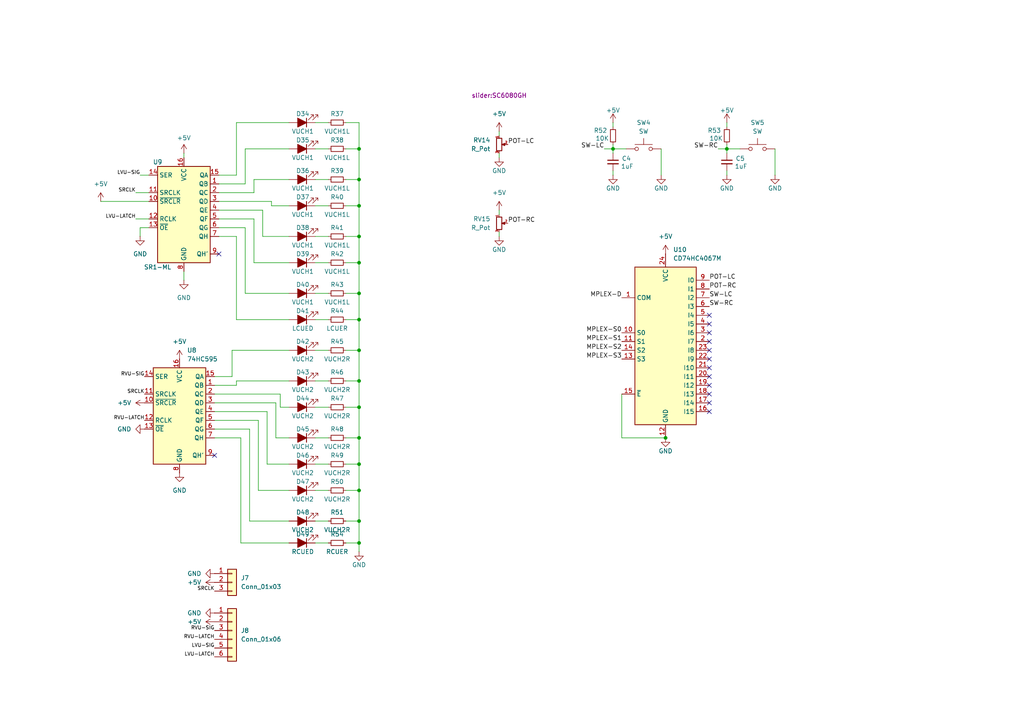
<source format=kicad_sch>
(kicad_sch (version 20231120) (generator "eeschema") (generator_version "8.0")
  (paper "A4")
  (lib_symbols
    (symbol "74xx:74HC595"
      (property "Reference" "U" (at -7.62 13.97 0))
      (property "Value" "74HC595" (at -7.62 -16.51 0))
      (symbol "74HC595_1_0"
        (pin tri_state line (at 10.16 7.62 180) (length 2.54) (name "QB") (number "1"))
        (pin input line (at -10.16 2.54 0) (length 2.54) (name "~{SRCLR}") (number "10"))
        (pin input line (at -10.16 5.08 0) (length 2.54) (name "SRCLK") (number "11"))
        (pin input line (at -10.16 -2.54 0) (length 2.54) (name "RCLK") (number "12"))
        (pin input line (at -10.16 -5.08 0) (length 2.54) (name "~{OE}") (number "13"))
        (pin input line (at -10.16 10.16 0) (length 2.54) (name "SER") (number "14"))
        (pin tri_state line (at 10.16 10.16 180) (length 2.54) (name "QA") (number "15"))
        (pin power_in line (at 0 15.24 270) (length 2.54) (name "VCC") (number "16"))
        (pin tri_state line (at 10.16 5.08 180) (length 2.54) (name "QC") (number "2"))
        (pin tri_state line (at 10.16 2.54 180) (length 2.54) (name "QD") (number "3"))
        (pin tri_state line (at 10.16 0 180) (length 2.54) (name "QE") (number "4"))
        (pin tri_state line (at 10.16 -2.54 180) (length 2.54) (name "QF") (number "5"))
        (pin tri_state line (at 10.16 -5.08 180) (length 2.54) (name "QG") (number "6"))
        (pin tri_state line (at 10.16 -7.62 180) (length 2.54) (name "QH") (number "7"))
        (pin power_in line (at 0 -17.78 90) (length 2.54) (name "GND") (number "8"))
        (pin output line (at 10.16 -12.7 180) (length 2.54) (name "QH'") (number "9"))
      )
      (symbol "74HC595_1_1"
        (rectangle (start -7.62 12.7) (end 7.62 -15.24) (stroke (width 0.254)) (fill (type background)))
      )
    )
    (symbol "74xx:CD74HC4067M"
      (property "Reference" "U" (at -8.89 22.86 0))
      (property "Value" "CD74HC4067M" (at 1.27 22.86 0))
      (symbol "CD74HC4067M_0_1"
        (rectangle (start -8.89 21.59) (end 8.89 -24.13) (stroke (width 0.254)) (fill (type background)))
      )
      (symbol "CD74HC4067M_1_1"
        (pin passive line (at -12.7 12.7 0) (length 3.81) (name "COM") (number "1"))
        (pin input line (at -12.7 2.54 0) (length 3.81) (name "S0") (number "10"))
        (pin input line (at -12.7 0 0) (length 3.81) (name "S1") (number "11"))
        (pin power_in line (at 0 -27.94 90) (length 3.81) (name "GND") (number "12"))
        (pin input line (at -12.7 -5.08 0) (length 3.81) (name "S3") (number "13"))
        (pin input line (at -12.7 -2.54 0) (length 3.81) (name "S2") (number "14"))
        (pin input line (at -12.7 -15.24 0) (length 3.81) (name "~{E}") (number "15"))
        (pin passive line (at 12.7 -20.32 180) (length 3.81) (name "I15") (number "16"))
        (pin passive line (at 12.7 -17.78 180) (length 3.81) (name "I14") (number "17"))
        (pin passive line (at 12.7 -15.24 180) (length 3.81) (name "I13") (number "18"))
        (pin passive line (at 12.7 -12.7 180) (length 3.81) (name "I12") (number "19"))
        (pin passive line (at 12.7 0 180) (length 3.81) (name "I7") (number "2"))
        (pin passive line (at 12.7 -10.16 180) (length 3.81) (name "I11") (number "20"))
        (pin passive line (at 12.7 -7.62 180) (length 3.81) (name "I10") (number "21"))
        (pin passive line (at 12.7 -5.08 180) (length 3.81) (name "I9") (number "22"))
        (pin passive line (at 12.7 -2.54 180) (length 3.81) (name "I8") (number "23"))
        (pin power_in line (at 0 25.4 270) (length 3.81) (name "VCC") (number "24"))
        (pin passive line (at 12.7 2.54 180) (length 3.81) (name "I6") (number "3"))
        (pin passive line (at 12.7 5.08 180) (length 3.81) (name "I5") (number "4"))
        (pin passive line (at 12.7 7.62 180) (length 3.81) (name "I4") (number "5"))
        (pin passive line (at 12.7 10.16 180) (length 3.81) (name "I3") (number "6"))
        (pin passive line (at 12.7 12.7 180) (length 3.81) (name "I2") (number "7"))
        (pin passive line (at 12.7 15.24 180) (length 3.81) (name "I1") (number "8"))
        (pin passive line (at 12.7 17.78 180) (length 3.81) (name "I0") (number "9"))
      )
    )
    (symbol "Connector_Generic:Conn_01x03" (pin_names (offset 1.016) hide)
      (property "Reference" "J" (at 0 5.08 0))
      (property "Value" "Conn_01x03" (at 0 -5.08 0))
      (symbol "Conn_01x03_1_1"
        (rectangle (start -1.27 -2.413) (end 0 -2.667) (stroke (width 0.1524)))
        (rectangle (start -1.27 0.127) (end 0 -0.127) (stroke (width 0.1524)))
        (rectangle (start -1.27 2.667) (end 0 2.413) (stroke (width 0.1524)))
        (rectangle (start -1.27 3.81) (end 1.27 -3.81) (stroke (width 0.254)) (fill (type background)))
        (pin passive line (at -5.08 2.54 0) (length 3.81) (name "Pin_1") (number "1"))
        (pin passive line (at -5.08 0 0) (length 3.81) (name "Pin_2") (number "2"))
        (pin passive line (at -5.08 -2.54 0) (length 3.81) (name "Pin_3") (number "3"))
      )
    )
    (symbol "Connector_Generic:Conn_01x06" (pin_names (offset 1.016) hide)
      (property "Reference" "J" (at 0 7.62 0))
      (property "Value" "Conn_01x06" (at 0 -10.16 0))
      (symbol "Conn_01x06_1_1"
        (rectangle (start -1.27 -7.493) (end 0 -7.747) (stroke (width 0.1524)))
        (rectangle (start -1.27 -4.953) (end 0 -5.207) (stroke (width 0.1524)))
        (rectangle (start -1.27 -2.413) (end 0 -2.667) (stroke (width 0.1524)))
        (rectangle (start -1.27 0.127) (end 0 -0.127) (stroke (width 0.1524)))
        (rectangle (start -1.27 2.667) (end 0 2.413) (stroke (width 0.1524)))
        (rectangle (start -1.27 5.207) (end 0 4.953) (stroke (width 0.1524)))
        (rectangle (start -1.27 6.35) (end 1.27 -8.89) (stroke (width 0.254)) (fill (type background)))
        (pin passive line (at -5.08 5.08 0) (length 3.81) (name "Pin_1") (number "1"))
        (pin passive line (at -5.08 2.54 0) (length 3.81) (name "Pin_2") (number "2"))
        (pin passive line (at -5.08 0 0) (length 3.81) (name "Pin_3") (number "3"))
        (pin passive line (at -5.08 -2.54 0) (length 3.81) (name "Pin_4") (number "4"))
        (pin passive line (at -5.08 -5.08 0) (length 3.81) (name "Pin_5") (number "5"))
        (pin passive line (at -5.08 -7.62 0) (length 3.81) (name "Pin_6") (number "6"))
      )
    )
    (symbol "Device:C_Small" (pin_numbers hide) (pin_names (offset 0.254) hide)
      (property "Reference" "C" (at 0.254 1.778 0))
      (property "Value" "C_Small" (at 0.254 -2.032 0))
      (symbol "C_Small_0_1"
        (polyline (pts (xy -1.524 -0.508) (xy 1.524 -0.508)) (stroke (width 0.3302)))
        (polyline (pts (xy -1.524 0.508) (xy 1.524 0.508)) (stroke (width 0.3048)))
      )
      (symbol "C_Small_1_1"
        (pin passive line (at 0 2.54 270) (length 2.032) (name "~") (number "1"))
        (pin passive line (at 0 -2.54 90) (length 2.032) (name "~") (number "2"))
      )
    )
    (symbol "Device:LED_Filled" (pin_numbers hide) (pin_names (offset 1.016) hide)
      (property "Reference" "D" (at 0 2.54 0))
      (property "Value" "LED_Filled" (at 0 -2.54 0))
      (symbol "LED_Filled_0_1"
        (polyline (pts (xy -1.27 -1.27) (xy -1.27 1.27)) (stroke (width 0.254)))
        (polyline (pts (xy -1.27 0) (xy 1.27 0)))
        (polyline (pts (xy 1.27 -1.27) (xy 1.27 1.27) (xy -1.27 0) (xy 1.27 -1.27)) (stroke (width 0.254)) (fill (type outline)))
        (polyline (pts (xy -3.048 -0.762) (xy -4.572 -2.286) (xy -3.81 -2.286) (xy -4.572 -2.286) (xy -4.572 -1.524)))
        (polyline (pts (xy -1.778 -0.762) (xy -3.302 -2.286) (xy -2.54 -2.286) (xy -3.302 -2.286) (xy -3.302 -1.524)))
      )
      (symbol "LED_Filled_1_1"
        (pin passive line (at -3.81 0 0) (length 2.54) (name "K") (number "1"))
        (pin passive line (at 3.81 0 180) (length 2.54) (name "A") (number "2"))
      )
    )
    (symbol "Device:R_Potentiometer_Small" (pin_names (offset 1.016) hide)
      (property "Reference" "RV" (at -4.445 0 90))
      (property "Value" "R_Potentiometer_Small" (at -2.54 0 90))
      (symbol "R_Potentiometer_Small_0_1"
        (polyline (pts (xy 0.889 0) (xy 0.635 0) (xy 1.651 0.381) (xy 1.651 -0.381) (xy 0.635 0) (xy 0.889 0)) (fill (type outline)))
        (rectangle (start 0.762 1.8034) (end -0.762 -1.8034) (stroke (width 0.254)))
      )
      (symbol "R_Potentiometer_Small_1_1"
        (pin passive line (at 0 2.54 270) (length 0.635) (name "1") (number "1"))
        (pin passive line (at 2.54 0 180) (length 0.9906) (name "2") (number "2"))
        (pin passive line (at 0 -2.54 90) (length 0.635) (name "3") (number "3"))
      )
    )
    (symbol "Device:R_Small" (pin_numbers hide) (pin_names (offset 0.254) hide)
      (property "Reference" "R" (at 0.762 0.508 0))
      (property "Value" "R_Small" (at 0.762 -1.016 0))
      (symbol "R_Small_0_1"
        (rectangle (start -0.762 1.778) (end 0.762 -1.778) (stroke (width 0.2032)))
      )
      (symbol "R_Small_1_1"
        (pin passive line (at 0 2.54 270) (length 0.762) (name "~") (number "1"))
        (pin passive line (at 0 -2.54 90) (length 0.762) (name "~") (number "2"))
      )
    )
    (symbol "Switch:SW_Push" (pin_numbers hide) (pin_names (offset 1.016) hide)
      (property "Reference" "SW" (at 1.27 2.54 0))
      (property "Value" "SW_Push" (at 0 -1.524 0))
      (symbol "SW_Push_0_1"
        (circle (center -2.032 0) (radius 0.508))
        (polyline (pts (xy 0 1.27) (xy 0 3.048)))
        (polyline (pts (xy 2.54 1.27) (xy -2.54 1.27)))
        (circle (center 2.032 0) (radius 0.508))
        (pin passive line (at -5.08 0 0) (length 2.54) (name "1") (number "1"))
        (pin passive line (at 5.08 0 180) (length 2.54) (name "2") (number "2"))
      )
    )
    (symbol "power:+5V" (power) (pin_numbers hide) (pin_names (offset 0) hide)
      (property "Value" "+5V" (at 0 3.556 0))
      (symbol "+5V_0_1"
        (polyline (pts (xy -0.762 1.27) (xy 0 2.54)))
        (polyline (pts (xy 0 0) (xy 0 2.54)))
        (polyline (pts (xy 0 2.54) (xy 0.762 1.27)))
      )
      (symbol "+5V_1_1"
        (pin power_in line (at 0 0 90) (length 0) (name "~") (number "1"))
      )
    )
    (symbol "power:GND" (power) (pin_numbers hide) (pin_names (offset 0) hide)
      (property "Value" "GND" (at 0 -3.81 0))
      (symbol "GND_0_1"
        (polyline (pts (xy 0 0) (xy 0 -1.27) (xy 1.27 -1.27) (xy 0 -2.54) (xy -1.27 -1.27) (xy 0 -1.27)))
      )
      (symbol "GND_1_1"
        (pin power_in line (at 0 0 270) (length 0) (name "~") (number "1"))
      )
    )
  )
  (junction (at 104.14 127) (diameter 0.9144))
  (junction (at 177.8 43.18))
  (junction (at 104.14 76.2) (diameter 0.9144))
  (junction (at 104.14 151.13) (diameter 0.9144))
  (junction (at 104.14 85.09) (diameter 0.9144))
  (junction (at 104.14 92.71) (diameter 0.9144))
  (junction (at 104.14 52.07) (diameter 0.9144))
  (junction (at 104.14 134.62) (diameter 0.9144))
  (junction (at 193.04 127))
  (junction (at 104.14 142.24))
  (junction (at 104.14 101.6) (diameter 0.9144))
  (junction (at 104.14 59.69) (diameter 0.9144))
  (junction (at 104.14 118.11) (diameter 0.9144))
  (junction (at 104.14 68.58) (diameter 0.9144))
  (junction (at 104.14 157.48))
  (junction (at 210.82 43.18))
  (junction (at 104.14 43.18) (diameter 0.9144))
  (junction (at 104.14 110.49) (diameter 0.9144))
  (no_connect (at 205.74 104.14))
  (no_connect (at 205.74 119.38))
  (no_connect (at 205.74 106.68))
  (no_connect (at 205.74 99.06))
  (no_connect (at 205.74 93.98))
  (no_connect (at 63.5 73.66))
  (no_connect (at 205.74 96.52))
  (no_connect (at 205.74 109.22))
  (no_connect (at 205.74 111.76))
  (no_connect (at 205.74 101.6))
  (no_connect (at 205.74 91.44))
  (no_connect (at 205.74 116.84))
  (no_connect (at 62.23 132.08))
  (no_connect (at 205.74 114.3))
  (wire (pts (xy 74.93 142.24) (xy 83.82 142.24)))
  (wire (pts (xy 100.33 118.11) (xy 104.14 118.11)))
  (wire (pts (xy 100.33 43.18) (xy 104.14 43.18)))
  (wire (pts (xy 83.82 134.62) (xy 77.47 134.62)))
  (wire (pts (xy 91.44 68.58) (xy 95.25 68.58)))
  (wire (pts (xy 63.5 60.96) (xy 76.2 60.96)))
  (wire (pts (xy 104.14 151.13) (xy 104.14 157.48)))
  (wire (pts (xy 40.64 66.04) (xy 43.18 66.04)))
  (wire (pts (xy 73.66 76.2) (xy 83.82 76.2)))
  (wire (pts (xy 144.78 44.45) (xy 144.78 45.72)))
  (wire (pts (xy 177.8 44.45) (xy 177.8 43.18)))
  (wire (pts (xy 91.44 59.69) (xy 95.25 59.69)))
  (wire (pts (xy 83.82 157.48) (xy 69.85 157.48)))
  (wire (pts (xy 62.23 124.46) (xy 72.39 124.46)))
  (wire (pts (xy 104.14 43.18) (xy 104.14 52.07)))
  (wire (pts (xy 91.44 110.49) (xy 95.25 110.49)))
  (wire (pts (xy 91.44 118.11) (xy 95.25 118.11)))
  (wire (pts (xy 91.44 43.18) (xy 95.25 43.18)))
  (wire (pts (xy 91.44 85.09) (xy 95.25 85.09)))
  (wire (pts (xy 69.85 127) (xy 62.23 127)))
  (wire (pts (xy 81.28 118.11) (xy 83.82 118.11)))
  (wire (pts (xy 91.44 101.6) (xy 95.25 101.6)))
  (wire (pts (xy 63.5 53.34) (xy 71.12 53.34)))
  (wire (pts (xy 208.28 43.18) (xy 210.82 43.18)))
  (wire (pts (xy 62.23 109.22) (xy 67.31 109.22)))
  (wire (pts (xy 100.33 52.07) (xy 104.14 52.07)))
  (wire (pts (xy 91.44 127) (xy 95.25 127)))
  (wire (pts (xy 100.33 110.49) (xy 104.14 110.49)))
  (wire (pts (xy 62.23 119.38) (xy 77.47 119.38)))
  (wire (pts (xy 71.12 53.34) (xy 71.12 43.18)))
  (wire (pts (xy 177.8 43.18) (xy 177.8 41.91)))
  (wire (pts (xy 210.82 43.18) (xy 214.63 43.18)))
  (wire (pts (xy 68.58 92.71) (xy 83.82 92.71)))
  (wire (pts (xy 62.23 114.3) (xy 81.28 114.3)))
  (wire (pts (xy 53.34 78.74) (xy 53.34 81.28)))
  (wire (pts (xy 68.58 35.56) (xy 68.58 50.8)))
  (wire (pts (xy 40.64 50.8) (xy 43.18 50.8)))
  (wire (pts (xy 81.28 114.3) (xy 81.28 118.11)))
  (wire (pts (xy 68.58 110.49) (xy 68.58 111.76)))
  (wire (pts (xy 83.82 110.49) (xy 68.58 110.49)))
  (wire (pts (xy 71.12 43.18) (xy 83.82 43.18)))
  (wire (pts (xy 63.5 63.5) (xy 73.66 63.5)))
  (wire (pts (xy 80.01 127) (xy 83.82 127)))
  (wire (pts (xy 91.44 92.71) (xy 95.25 92.71)))
  (wire (pts (xy 100.33 127) (xy 104.14 127)))
  (wire (pts (xy 62.23 111.76) (xy 68.58 111.76)))
  (wire (pts (xy 63.5 58.42) (xy 78.74 58.42)))
  (wire (pts (xy 104.14 110.49) (xy 104.14 118.11)))
  (wire (pts (xy 100.33 101.6) (xy 104.14 101.6)))
  (wire (pts (xy 180.34 127) (xy 193.04 127)))
  (wire (pts (xy 91.44 142.24) (xy 95.25 142.24)))
  (wire (pts (xy 91.44 134.62) (xy 95.25 134.62)))
  (wire (pts (xy 180.34 114.3) (xy 180.34 127)))
  (wire (pts (xy 71.12 66.04) (xy 71.12 85.09)))
  (wire (pts (xy 210.82 35.56) (xy 210.82 36.83)))
  (wire (pts (xy 104.14 68.58) (xy 104.14 76.2)))
  (wire (pts (xy 68.58 50.8) (xy 63.5 50.8)))
  (wire (pts (xy 104.14 76.2) (xy 104.14 85.09)))
  (wire (pts (xy 53.34 44.45) (xy 53.34 45.72)))
  (wire (pts (xy 104.14 85.09) (xy 104.14 92.71)))
  (wire (pts (xy 104.14 92.71) (xy 104.14 101.6)))
  (wire (pts (xy 104.14 59.69) (xy 104.14 68.58)))
  (wire (pts (xy 100.33 68.58) (xy 104.14 68.58)))
  (wire (pts (xy 68.58 68.58) (xy 68.58 92.71)))
  (wire (pts (xy 78.74 59.69) (xy 83.82 59.69)))
  (wire (pts (xy 100.33 151.13) (xy 104.14 151.13)))
  (wire (pts (xy 62.23 121.92) (xy 74.93 121.92)))
  (wire (pts (xy 104.14 35.56) (xy 104.14 43.18)))
  (wire (pts (xy 100.33 157.48) (xy 104.14 157.48)))
  (wire (pts (xy 63.5 55.88) (xy 73.66 55.88)))
  (wire (pts (xy 76.2 60.96) (xy 76.2 68.58)))
  (wire (pts (xy 67.31 101.6) (xy 67.31 109.22)))
  (wire (pts (xy 80.01 116.84) (xy 80.01 127)))
  (wire (pts (xy 91.44 35.56) (xy 95.25 35.56)))
  (wire (pts (xy 74.93 121.92) (xy 74.93 142.24)))
  (wire (pts (xy 83.82 101.6) (xy 67.31 101.6)))
  (wire (pts (xy 100.33 85.09) (xy 104.14 85.09)))
  (wire (pts (xy 224.79 43.18) (xy 224.79 50.8)))
  (wire (pts (xy 177.8 49.53) (xy 177.8 50.8)))
  (wire (pts (xy 91.44 151.13) (xy 95.25 151.13)))
  (wire (pts (xy 210.82 43.18) (xy 210.82 41.91)))
  (wire (pts (xy 104.14 52.07) (xy 104.14 59.69)))
  (wire (pts (xy 104.14 118.11) (xy 104.14 127)))
  (wire (pts (xy 77.47 119.38) (xy 77.47 134.62)))
  (wire (pts (xy 39.37 63.5) (xy 43.18 63.5)))
  (wire (pts (xy 210.82 49.53) (xy 210.82 50.8)))
  (wire (pts (xy 62.23 116.84) (xy 80.01 116.84)))
  (wire (pts (xy 191.77 43.18) (xy 191.77 50.8)))
  (wire (pts (xy 83.82 35.56) (xy 68.58 35.56)))
  (wire (pts (xy 76.2 68.58) (xy 83.82 68.58)))
  (wire (pts (xy 100.33 134.62) (xy 104.14 134.62)))
  (wire (pts (xy 72.39 124.46) (xy 72.39 151.13)))
  (wire (pts (xy 73.66 52.07) (xy 83.82 52.07)))
  (wire (pts (xy 91.44 52.07) (xy 95.25 52.07)))
  (wire (pts (xy 100.33 35.56) (xy 104.14 35.56)))
  (wire (pts (xy 63.5 66.04) (xy 71.12 66.04)))
  (wire (pts (xy 175.26 43.18) (xy 177.8 43.18)))
  (wire (pts (xy 100.33 59.69) (xy 104.14 59.69)))
  (wire (pts (xy 144.78 67.31) (xy 144.78 68.58)))
  (wire (pts (xy 73.66 63.5) (xy 73.66 76.2)))
  (wire (pts (xy 144.78 38.1) (xy 144.78 39.37)))
  (wire (pts (xy 40.64 68.58) (xy 40.64 66.04)))
  (wire (pts (xy 91.44 157.48) (xy 95.25 157.48)))
  (wire (pts (xy 210.82 44.45) (xy 210.82 43.18)))
  (wire (pts (xy 100.33 92.71) (xy 104.14 92.71)))
  (wire (pts (xy 104.14 157.48) (xy 104.14 160.02)))
  (wire (pts (xy 29.21 58.42) (xy 43.18 58.42)))
  (wire (pts (xy 91.44 76.2) (xy 95.25 76.2)))
  (wire (pts (xy 100.33 142.24) (xy 104.14 142.24)))
  (wire (pts (xy 144.78 60.96) (xy 144.78 62.23)))
  (wire (pts (xy 69.85 157.48) (xy 69.85 127)))
  (wire (pts (xy 39.37 55.88) (xy 43.18 55.88)))
  (wire (pts (xy 71.12 85.09) (xy 83.82 85.09)))
  (wire (pts (xy 73.66 55.88) (xy 73.66 52.07)))
  (wire (pts (xy 104.14 101.6) (xy 104.14 110.49)))
  (wire (pts (xy 104.14 142.24) (xy 104.14 151.13)))
  (wire (pts (xy 72.39 151.13) (xy 83.82 151.13)))
  (wire (pts (xy 100.33 76.2) (xy 104.14 76.2)))
  (wire (pts (xy 104.14 134.62) (xy 104.14 142.24)))
  (wire (pts (xy 63.5 68.58) (xy 68.58 68.58)))
  (wire (pts (xy 104.14 127) (xy 104.14 134.62)))
  (wire (pts (xy 78.74 58.42) (xy 78.74 59.69)))
  (wire (pts (xy 177.8 43.18) (xy 181.61 43.18)))
  (wire (pts (xy 177.8 35.56) (xy 177.8 36.83)))
  (label "MPLEX-S2" (at 180.34 101.6 180))
  (label "RVU-SIG" (at 41.91 109.22 180) (effects (font (size 1.016 1.016))))
  (label "LVU-SIG" (at 40.64 50.8 180) (effects (font (size 1.016 1.016))))
  (label "SRCLK" (at 62.23 171.45 180) (effects (font (size 1.016 1.016))))
  (label "LVU-SIG" (at 62.23 187.96 180) (effects (font (size 1.016 1.016))))
  (label "MPLEX-S0" (at 180.34 96.52 180))
  (label "POT-LC" (at 147.32 41.91 0))
  (label "SW-RC" (at 208.28 43.18 180))
  (label "RVU-LATCH" (at 62.23 185.42 180) (effects (font (size 1.016 1.016))))
  (label "POT-RC" (at 147.32 64.77 0))
  (label "LVU-LATCH" (at 39.37 63.5 180) (effects (font (size 1.016 1.016))))
  (label "POT-RC" (at 205.74 83.82 0))
  (label "SW-RC" (at 205.74 88.9 0))
  (label "SW-LC" (at 175.26 43.18 180))
  (label "POT-LC" (at 205.74 81.28 0))
  (label "RVU-SIG" (at 62.23 182.88 180) (effects (font (size 1.016 1.016))))
  (label "SRCLK" (at 41.91 114.3 180) (effects (font (size 1.016 1.016))))
  (label "LVU-LATCH" (at 62.23 190.5 180) (effects (font (size 1.016 1.016))))
  (label "SW-LC" (at 205.74 86.36 0))
  (label "MPLEX-S1" (at 180.34 99.06 180))
  (label "RVU-LATCH" (at 41.91 121.92 180) (effects (font (size 1.016 1.016))))
  (label "MPLEX-D" (at 180.34 86.36 180))
  (label "SRCLK" (at 39.37 55.88 180) (effects (font (size 1.016 1.016))))
  (label "MPLEX-S3" (at 180.34 104.14 180))
  (symbol (lib_id "power:GND") (at 193.04 127 0) (mirror y) (unit 1)
    (property "Reference" "#PWR092" (effects (hide yes)))
    (property "Value" "GND" (at 193.04 130.81 0))
    (property "Description" "Power symbol creates a global label with name \"GND\" , ground" (effects (hide yes)))
  )
  (symbol (lib_id "Device:LED_Filled") (at 87.63 134.62 180) (unit 1)
    (property "Reference" "D46" (at 87.8205 132.08 0))
    (property "Value" "VUCH2" (at 87.8205 137.16 0))
    (property "Footprint" "LED_THT:LED_D3.0mm" (effects (hide yes)))
  )
  (symbol (lib_id "power:+5V") (at 144.78 60.96 0) (unit 1)
    (property "Reference" "#PWR086" (effects (hide yes)))
    (property "Value" "+5V" (at 144.78 55.88 0))
    (property "Description" "Power symbol creates a global label with name \"+5V\"" (effects (hide yes)))
  )
  (symbol (lib_id "power:GND") (at 41.91 124.46 270) (unit 1)
    (property "Reference" "#PWR074" (effects (hide yes)))
    (property "Value" "GND" (at 38.1 124.4599 90) (effects (justify right)))
    (property "Description" "Power symbol creates a global label with name \"GND\" , ground" (effects (hide yes)))
  )
  (symbol (lib_id "Device:LED_Filled") (at 87.63 101.6 180) (unit 1)
    (property "Reference" "D42" (at 87.8205 99.06 0))
    (property "Value" "VUCH2" (at 87.8205 104.14 0))
    (property "Footprint" "LED_THT:LED_D3.0mm" (effects (hide yes)))
  )
  (symbol (lib_id "Device:LED_Filled") (at 87.63 151.13 180) (unit 1)
    (property "Reference" "D48" (at 87.8205 148.59 0))
    (property "Value" "VUCH2" (at 87.8205 153.67 0))
    (property "Footprint" "LED_THT:LED_D3.0mm" (effects (hide yes)))
  )
  (symbol (lib_id "Device:R_Small") (at 97.79 92.71 270) (unit 1)
    (property "Reference" "R44" (at 97.79 90.17 90))
    (property "Value" "LCUER" (at 97.79 95.25 90))
    (property "Footprint" "Resistor_SMD:R_1206_3216Metric_Pad1.30x1.75mm_HandSolder" (effects (hide yes)))
  )
  (symbol (lib_id "Device:R_Small") (at 97.79 127 270) (unit 1)
    (property "Reference" "R48" (at 97.79 124.46 90))
    (property "Value" "VUCH2R" (at 97.79 129.54 90))
    (property "Footprint" "Resistor_SMD:R_1206_3216Metric_Pad1.30x1.75mm_HandSolder" (effects (hide yes)))
  )
  (symbol (lib_id "Device:R_Small") (at 97.79 76.2 270) (unit 1)
    (property "Reference" "R42" (at 97.79 73.66 90))
    (property "Value" "VUCH1L" (at 97.79 78.74 90))
    (property "Footprint" "Resistor_SMD:R_1206_3216Metric_Pad1.30x1.75mm_HandSolder" (effects (hide yes)))
  )
  (symbol (lib_id "power:GND") (at 144.78 68.58 0) (mirror y) (unit 1)
    (property "Reference" "#PWR087" (effects (hide yes)))
    (property "Value" "GND" (at 144.78 72.39 0))
    (property "Description" "Power symbol creates a global label with name \"GND\" , ground" (effects (hide yes)))
  )
  (symbol (lib_id "power:GND") (at 224.79 50.8 0) (mirror y) (unit 1)
    (property "Reference" "#PWR095" (effects (hide yes)))
    (property "Value" "GND" (at 224.79 54.61 0))
    (property "Description" "Power symbol creates a global label with name \"GND\" , ground" (effects (hide yes)))
  )
  (symbol (lib_id "power:GND") (at 144.78 45.72 0) (mirror y) (unit 1)
    (property "Reference" "#PWR085" (effects (hide yes)))
    (property "Value" "GND" (at 144.78 49.53 0))
    (property "Description" "Power symbol creates a global label with name \"GND\" , ground" (effects (hide yes)))
  )
  (symbol (lib_id "power:+5V") (at 62.23 180.34 90) (unit 1)
    (property "Reference" "#PWR082" (effects (hide yes)))
    (property "Value" "+5V" (at 58.42 180.3399 90) (effects (justify left)))
    (property "Description" "Power symbol creates a global label with name \"+5V\"" (effects (hide yes)))
  )
  (symbol (lib_id "Switch:SW_Push") (at 219.71 43.18 0) (unit 1)
    (property "Reference" "SW5" (at 219.71 35.56 0))
    (property "Value" "SW" (at 219.71 38.1 0))
    (property "Footprint" "Button_Switch_THT:SW_PUSH_6mm_H9.5mm" (effects (hide yes)))
    (property "Description" "Push button switch, generic, two pins" (effects (hide yes)))
  )
  (symbol (lib_id "Device:R_Small") (at 97.79 85.09 270) (unit 1)
    (property "Reference" "R43" (at 97.79 82.55 90))
    (property "Value" "VUCH1L" (at 97.79 87.63 90))
    (property "Footprint" "Resistor_SMD:R_1206_3216Metric_Pad1.30x1.75mm_HandSolder" (effects (hide yes)))
  )
  (symbol (lib_id "Device:LED_Filled") (at 87.63 68.58 180) (unit 1)
    (property "Reference" "D38" (at 87.8205 66.04 0))
    (property "Value" "VUCH1" (at 87.8205 71.12 0))
    (property "Footprint" "LED_THT:LED_D3.0mm" (effects (hide yes)))
  )
  (symbol (lib_id "power:+5V") (at 41.91 116.84 90) (unit 1)
    (property "Reference" "#PWR073" (effects (hide yes)))
    (property "Value" "+5V" (at 38.1 116.8399 90) (effects (justify left)))
    (property "Description" "Power symbol creates a global label with name \"+5V\"" (effects (hide yes)))
  )
  (symbol (lib_id "Device:LED_Filled") (at 87.63 92.71 180) (unit 1)
    (property "Reference" "D41" (at 87.8205 90.17 0))
    (property "Value" "LCUED" (at 87.8205 95.25 0))
    (property "Footprint" "LED_THT:LED_Rectangular_W3.9mm_H1.8mm" (effects (hide yes)))
  )
  (symbol (lib_id "Device:LED_Filled") (at 87.63 59.69 180) (unit 1)
    (property "Reference" "D37" (at 87.8205 57.15 0))
    (property "Value" "VUCH1" (at 87.8205 62.23 0))
    (property "Footprint" "LED_THT:LED_D3.0mm" (effects (hide yes)))
  )
  (symbol (lib_id "power:+5V") (at 144.78 38.1 0) (unit 1)
    (property "Reference" "#PWR084" (effects (hide yes)))
    (property "Value" "+5V" (at 144.78 33.02 0))
    (property "Description" "Power symbol creates a global label with name \"+5V\"" (effects (hide yes)))
  )
  (symbol (lib_id "power:GND") (at 104.14 160.02 0) (unit 1)
    (property "Reference" "#PWR083" (effects (hide yes)))
    (property "Value" "GND" (at 104.14 163.83 0))
    (property "Description" "Power symbol creates a global label with name \"GND\" , ground" (effects (hide yes)))
  )
  (symbol (lib_id "power:+5V") (at 53.34 44.45 0) (unit 1)
    (property "Reference" "#PWR077" (effects (hide yes)))
    (property "Value" "+5V" (at 53.34 40.005 0))
    (property "Description" "Power symbol creates a global label with name \"+5V\"" (effects (hide yes)))
  )
  (symbol (lib_id "power:GND") (at 177.8 50.8 0) (mirror y) (unit 1)
    (property "Reference" "#PWR089" (effects (hide yes)))
    (property "Value" "GND" (at 177.8 54.61 0))
    (property "Description" "Power symbol creates a global label with name \"GND\" , ground" (effects (hide yes)))
  )
  (symbol (lib_id "power:+5V") (at 52.07 104.14 0) (unit 1)
    (property "Reference" "#PWR075" (effects (hide yes)))
    (property "Value" "+5V" (at 52.07 99.06 0))
    (property "Description" "Power symbol creates a global label with name \"+5V\"" (effects (hide yes)))
  )
  (symbol (lib_id "power:+5V") (at 62.23 168.91 90) (unit 1)
    (property "Reference" "#PWR080" (effects (hide yes)))
    (property "Value" "+5V" (at 58.42 168.9099 90) (effects (justify left)))
    (property "Description" "Power symbol creates a global label with name \"+5V\"" (effects (hide yes)))
  )
  (symbol (lib_id "power:GND") (at 62.23 177.8 270) (unit 1)
    (property "Reference" "#PWR081" (effects (hide yes)))
    (property "Value" "GND" (at 58.42 177.7999 90) (effects (justify right)))
    (property "Description" "Power symbol creates a global label with name \"GND\" , ground" (effects (hide yes)))
  )
  (symbol (lib_id "Connector_Generic:Conn_01x03") (at 67.31 168.91 0) (unit 1)
    (property "Reference" "J7" (at 69.85 167.6399 0) (effects (justify left)))
    (property "Value" "Conn_01x03" (at 69.85 170.1799 0) (effects (justify left)))
    (property "Footprint" "Connector_PinHeader_2.54mm:PinHeader_1x03_P2.54mm_Vertical" (effects (hide yes)))
    (property "Description" "Generic connector, single row, 01x03, script generated (kicad-library-utils/schlib/autogen/connector/)" (effects (hide yes)))
  )
  (symbol (lib_id "Device:LED_Filled") (at 87.63 85.09 180) (unit 1)
    (property "Reference" "D40" (at 87.8205 82.55 0))
    (property "Value" "VUCH1" (at 87.8205 87.63 0))
    (property "Footprint" "LED_THT:LED_D3.0mm" (effects (hide yes)))
  )
  (symbol (lib_id "Device:R_Small") (at 210.82 39.37 0) (unit 1)
    (property "Reference" "R53" (at 205.232 37.846 0) (effects (justify left)))
    (property "Value" "10K" (at 205.74 40.132 0) (effects (justify left)))
    (property "Footprint" "Resistor_SMD:R_1206_3216Metric_Pad1.30x1.75mm_HandSolder" (effects (hide yes)))
    (property "Description" "Resistor, small symbol" (effects (hide yes)))
  )
  (symbol (lib_id "Device:R_Small") (at 97.79 157.48 270) (unit 1)
    (property "Reference" "R54" (at 97.79 154.94 90))
    (property "Value" "RCUER" (at 97.79 160.02 90))
    (property "Footprint" "Resistor_SMD:R_1206_3216Metric_Pad1.30x1.75mm_HandSolder" (effects (hide yes)))
  )
  (symbol (lib_id "74xx:74HC595") (at 52.07 119.38 0) (unit 1)
    (property "Reference" "U8" (at 54.2641 101.6 0) (effects (justify left)))
    (property "Value" "74HC595" (at 54.2641 104.14 0) (effects (justify left)))
    (property "Footprint" "Package_SO:SOIC-16W_5.3x10.2mm_P1.27mm" (effects (hide yes)))
    (property "Datasheet" "http://www.ti.com/lit/ds/symlink/sn74hc595.pdf" (effects (hide yes)))
    (property "Description" "8-bit serial in/out Shift Register 3-State Outputs" (effects (hide yes)))
  )
  (symbol (lib_id "Switch:SW_Push") (at 186.69 43.18 0) (unit 1)
    (property "Reference" "SW4" (at 186.69 35.56 0))
    (property "Value" "SW" (at 186.69 38.1 0))
    (property "Footprint" "Button_Switch_THT:SW_PUSH_6mm_H9.5mm" (effects (hide yes)))
    (property "Description" "Push button switch, generic, two pins" (effects (hide yes)))
  )
  (symbol (lib_id "power:GND") (at 210.82 50.8 0) (mirror y) (unit 1)
    (property "Reference" "#PWR094" (effects (hide yes)))
    (property "Value" "GND" (at 210.82 54.61 0))
    (property "Description" "Power symbol creates a global label with name \"GND\" , ground" (effects (hide yes)))
  )
  (symbol (lib_id "Device:LED_Filled") (at 87.63 157.48 180) (unit 1)
    (property "Reference" "D49" (at 87.8205 154.94 0))
    (property "Value" "RCUED" (at 87.8205 160.02 0))
    (property "Footprint" "LED_THT:LED_Rectangular_W3.9mm_H1.8mm" (effects (hide yes)))
  )
  (symbol (lib_id "Device:R_Small") (at 97.79 35.56 270) (unit 1)
    (property "Reference" "R37" (at 97.79 33.02 90))
    (property "Value" "VUCH1L" (at 97.79 38.1 90))
    (property "Footprint" "Resistor_SMD:R_1206_3216Metric_Pad1.30x1.75mm_HandSolder" (effects (hide yes)))
  )
  (symbol (lib_id "Device:R_Small") (at 97.79 59.69 270) (unit 1)
    (property "Reference" "R40" (at 97.79 57.15 90))
    (property "Value" "VUCH1L" (at 97.79 62.23 90))
    (property "Footprint" "Resistor_SMD:R_1206_3216Metric_Pad1.30x1.75mm_HandSolder" (effects (hide yes)))
  )
  (symbol (lib_id "power:GND") (at 191.77 50.8 0) (mirror y) (unit 1)
    (property "Reference" "#PWR090" (effects (hide yes)))
    (property "Value" "GND" (at 191.77 54.61 0))
    (property "Description" "Power symbol creates a global label with name \"GND\" , ground" (effects (hide yes)))
  )
  (symbol (lib_id "74xx:CD74HC4067M") (at 193.04 99.06 0) (unit 1)
    (property "Reference" "U10" (at 195.2341 72.39 0) (effects (justify left)))
    (property "Value" "CD74HC4067M" (at 195.2341 74.93 0) (effects (justify left)))
    (property "Footprint" "Package_SO:SOIC-24W_7.5x15.4mm_P1.27mm" (effects (hide yes)))
    (property "Datasheet" "http://www.ti.com/lit/ds/symlink/cd74hc4067.pdf" (effects (hide yes)))
    (property "Description" "High-Speed CMOS Logic 16-Channel Analog Multiplexer/Demultiplexer, SOIC-24" (effects (hide yes)))
  )
  (symbol (lib_id "Device:LED_Filled") (at 87.63 35.56 180) (unit 1)
    (property "Reference" "D34" (at 87.8205 33.02 0))
    (property "Value" "VUCH1" (at 87.8205 38.1 0))
    (property "Footprint" "LED_THT:LED_D3.0mm" (effects (hide yes)))
  )
  (symbol (lib_id "power:+5V") (at 29.21 58.42 0) (unit 1)
    (property "Reference" "#PWR071" (effects (hide yes)))
    (property "Value" "+5V" (at 29.21 53.34 0))
    (property "Description" "Power symbol creates a global label with name \"+5V\"" (effects (hide yes)))
  )
  (symbol (lib_id "Device:LED_Filled") (at 87.63 127 180) (unit 1)
    (property "Reference" "D45" (at 87.8205 124.46 0))
    (property "Value" "VUCH2" (at 87.8205 129.54 0))
    (property "Footprint" "LED_THT:LED_D3.0mm" (effects (hide yes)))
  )
  (symbol (lib_id "Device:R_Small") (at 97.79 43.18 270) (unit 1)
    (property "Reference" "R38" (at 97.79 40.64 90))
    (property "Value" "VUCH1L" (at 97.79 45.72 90))
    (property "Footprint" "Resistor_SMD:R_1206_3216Metric_Pad1.30x1.75mm_HandSolder" (effects (hide yes)))
  )
  (symbol (lib_id "Device:R_Small") (at 97.79 68.58 270) (unit 1)
    (property "Reference" "R41" (at 97.79 66.04 90))
    (property "Value" "VUCH1L" (at 97.79 71.12 90))
    (property "Footprint" "Resistor_SMD:R_1206_3216Metric_Pad1.30x1.75mm_HandSolder" (effects (hide yes)))
  )
  (symbol (lib_id "power:GND") (at 53.34 81.28 0) (unit 1)
    (property "Reference" "#PWR078" (effects (hide yes)))
    (property "Value" "GND" (at 53.34 86.36 0))
    (property "Description" "Power symbol creates a global label with name \"GND\" , ground" (effects (hide yes)))
  )
  (symbol (lib_id "Device:LED_Filled") (at 87.63 43.18 180) (unit 1)
    (property "Reference" "D35" (at 87.8205 40.64 0))
    (property "Value" "VUCH1" (at 87.8205 45.72 0))
    (property "Footprint" "LED_THT:LED_D3.0mm" (effects (hide yes)))
  )
  (symbol (lib_id "power:GND") (at 40.64 68.58 0) (unit 1)
    (property "Reference" "#PWR072" (effects (hide yes)))
    (property "Value" "GND" (at 40.64 73.66 0))
    (property "Description" "Power symbol creates a global label with name \"GND\" , ground" (effects (hide yes)))
  )
  (symbol (lib_id "Device:R_Small") (at 97.79 52.07 270) (unit 1)
    (property "Reference" "R39" (at 97.79 49.53 90))
    (property "Value" "VUCH1L" (at 97.79 54.61 90))
    (property "Footprint" "Resistor_SMD:R_1206_3216Metric_Pad1.30x1.75mm_HandSolder" (effects (hide yes)))
  )
  (symbol (lib_id "Device:R_Small") (at 97.79 101.6 270) (unit 1)
    (property "Reference" "R45" (at 97.79 99.06 90))
    (property "Value" "VUCH2R" (at 97.79 104.14 90))
    (property "Footprint" "Resistor_SMD:R_1206_3216Metric_Pad1.30x1.75mm_HandSolder" (effects (hide yes)))
  )
  (symbol (lib_id "Device:LED_Filled") (at 87.63 142.24 180) (unit 1)
    (property "Reference" "D47" (at 87.8205 139.7 0))
    (property "Value" "VUCH2" (at 87.8205 144.78 0))
    (property "Footprint" "LED_THT:LED_D3.0mm" (effects (hide yes)))
  )
  (symbol (lib_id "power:GND") (at 52.07 137.16 0) (unit 1)
    (property "Reference" "#PWR076" (effects (hide yes)))
    (property "Value" "GND" (at 52.07 142.24 0))
    (property "Description" "Power symbol creates a global label with name \"GND\" , ground" (effects (hide yes)))
  )
  (symbol (lib_id "Connector_Generic:Conn_01x06") (at 67.31 182.88 0) (unit 1)
    (property "Reference" "J8" (at 69.85 182.8799 0) (effects (justify left)))
    (property "Value" "Conn_01x06" (at 69.85 185.4199 0) (effects (justify left)))
    (property "Footprint" "Connector_PinHeader_2.54mm:PinHeader_1x06_P2.54mm_Vertical" (effects (hide yes)))
    (property "Description" "Generic connector, single row, 01x06, script generated (kicad-library-utils/schlib/autogen/connector/)" (effects (hide yes)))
  )
  (symbol (lib_id "Device:LED_Filled") (at 87.63 52.07 180) (unit 1)
    (property "Reference" "D36" (at 87.8205 49.53 0))
    (property "Value" "VUCH1" (at 87.8205 54.61 0))
    (property "Footprint" "LED_THT:LED_D3.0mm" (effects (hide yes)))
  )
  (symbol (lib_id "Device:R_Small") (at 177.8 39.37 0) (unit 1)
    (property "Reference" "R52" (at 172.212 37.846 0) (effects (justify left)))
    (property "Value" "10K" (at 172.72 40.132 0) (effects (justify left)))
    (property "Footprint" "Resistor_SMD:R_1206_3216Metric_Pad1.30x1.75mm_HandSolder" (effects (hide yes)))
    (property "Description" "Resistor, small symbol" (effects (hide yes)))
  )
  (symbol (lib_id "power:+5V") (at 177.8 35.56 0) (unit 1)
    (property "Reference" "#PWR088" (effects (hide yes)))
    (property "Value" "+5V" (at 177.8 32.004 0))
    (property "Description" "Power symbol creates a global label with name \"+5V\"" (effects (hide yes)))
  )
  (symbol (lib_id "power:+5V") (at 210.82 35.56 0) (unit 1)
    (property "Reference" "#PWR093" (effects (hide yes)))
    (property "Value" "+5V" (at 210.82 32.004 0))
    (property "Description" "Power symbol creates a global label with name \"+5V\"" (effects (hide yes)))
  )
  (symbol (lib_id "Device:R_Small") (at 97.79 118.11 270) (unit 1)
    (property "Reference" "R47" (at 97.79 115.57 90))
    (property "Value" "VUCH2R" (at 97.79 120.65 90))
    (property "Footprint" "Resistor_SMD:R_1206_3216Metric_Pad1.30x1.75mm_HandSolder" (effects (hide yes)))
  )
  (symbol (lib_id "74xx:74HC595") (at 53.34 60.96 0) (unit 1)
    (property "Reference" "U9" (at 45.72 46.99 0))
    (property "Value" "SR1-ML" (at 45.72 77.47 0))
    (property "Footprint" "Package_SO:SOIC-16_3.9x9.9mm_P1.27mm" (effects (hide yes)))
    (property "Datasheet" "http://www.ti.com/lit/ds/symlink/sn74hc595.pdf" (effects (hide yes)))
  )
  (symbol (lib_id "Device:R_Potentiometer_Small") (at 144.78 64.77 0) (unit 1)
    (property "Reference" "RV15" (at 142.24 63.4999 0) (effects (justify right)))
    (property "Value" "R_Pot" (at 142.24 66.0399 0) (effects (justify right)))
    (property "Footprint" "slider:SC6080GH" (effects (hide yes)))
    (property "Description" "Potentiometer" (effects (hide yes)))
  )
  (symbol (lib_id "Device:R_Small") (at 97.79 151.13 270) (unit 1)
    (property "Reference" "R51" (at 97.79 148.59 90))
    (property "Value" "VUCH2R" (at 97.79 153.67 90))
    (property "Footprint" "Resistor_SMD:R_1206_3216Metric_Pad1.30x1.75mm_HandSolder" (effects (hide yes)))
  )
  (symbol (lib_id "Device:R_Small") (at 97.79 142.24 270) (unit 1)
    (property "Reference" "R50" (at 97.79 139.7 90))
    (property "Value" "VUCH2R" (at 97.79 144.78 90))
    (property "Footprint" "Resistor_SMD:R_1206_3216Metric_Pad1.30x1.75mm_HandSolder" (effects (hide yes)))
  )
  (symbol (lib_id "power:GND") (at 62.23 166.37 270) (unit 1)
    (property "Reference" "#PWR079" (effects (hide yes)))
    (property "Value" "GND" (at 58.42 166.3699 90) (effects (justify right)))
    (property "Description" "Power symbol creates a global label with name \"GND\" , ground" (effects (hide yes)))
  )
  (symbol (lib_id "Device:R_Small") (at 97.79 110.49 270) (unit 1)
    (property "Reference" "R46" (at 97.79 107.95 90))
    (property "Value" "VUCH2R" (at 97.79 113.03 90))
    (property "Footprint" "Resistor_SMD:R_1206_3216Metric_Pad1.30x1.75mm_HandSolder" (effects (hide yes)))
  )
  (symbol (lib_id "Device:C_Small") (at 177.8 46.99 0) (unit 1)
    (property "Reference" "C4" (at 180.34 45.974 0) (effects (justify left)))
    (property "Value" "1uF" (at 180.086 48.26 0) (effects (justify left)))
    (property "Footprint" "Capacitor_SMD:C_1206_3216Metric_Pad1.33x1.80mm_HandSolder" (effects (hide yes)))
    (property "Description" "Unpolarized capacitor, small symbol" (effects (hide yes)))
  )
  (symbol (lib_id "Device:R_Small") (at 97.79 134.62 270) (unit 1)
    (property "Reference" "R49" (at 97.79 132.08 90))
    (property "Value" "VUCH2R" (at 97.79 137.16 90))
    (property "Footprint" "Resistor_SMD:R_1206_3216Metric_Pad1.30x1.75mm_HandSolder" (effects (hide yes)))
  )
  (symbol (lib_id "Device:LED_Filled") (at 87.63 76.2 180) (unit 1)
    (property "Reference" "D39" (at 87.8205 73.66 0))
    (property "Value" "VUCH1" (at 87.8205 78.74 0))
    (property "Footprint" "LED_THT:LED_D3.0mm" (effects (hide yes)))
  )
  (symbol (lib_id "Device:LED_Filled") (at 87.63 110.49 180) (unit 1)
    (property "Reference" "D43" (at 87.8205 107.95 0))
    (property "Value" "VUCH2" (at 87.8205 113.03 0))
    (property "Footprint" "LED_THT:LED_D3.0mm" (effects (hide yes)))
  )
  (symbol (lib_id "Device:R_Potentiometer_Small") (at 144.78 41.91 0) (unit 1)
    (property "Reference" "RV14" (at 142.24 40.6399 0) (effects (justify right)))
    (property "Value" "R_Pot" (at 142.24 43.1799 0) (effects (justify right)))
    (property "Footprint" "slider:SC6080GH" (at 144.78 27.686 0))
    (property "Description" "Potentiometer" (effects (hide yes)))
  )
  (symbol (lib_id "Device:C_Small") (at 210.82 46.99 0) (unit 1)
    (property "Reference" "C5" (at 213.36 45.974 0) (effects (justify left)))
    (property "Value" "1uF" (at 213.106 48.26 0) (effects (justify left)))
    (property "Footprint" "Capacitor_SMD:C_1206_3216Metric_Pad1.33x1.80mm_HandSolder" (effects (hide yes)))
    (property "Description" "Unpolarized capacitor, small symbol" (effects (hide yes)))
  )
  (symbol (lib_id "Device:LED_Filled") (at 87.63 118.11 180) (unit 1)
    (property "Reference" "D44" (at 87.8205 115.57 0))
    (property "Value" "VUCH2" (at 87.8205 120.65 0))
    (property "Footprint" "LED_THT:LED_D3.0mm" (effects (hide yes)))
  )
  (symbol (lib_id "power:+5V") (at 193.04 73.66 0) (unit 1)
    (property "Reference" "#PWR091" (effects (hide yes)))
    (property "Value" "+5V" (at 193.04 68.58 0))
    (property "Description" "Power symbol creates a global label with name \"+5V\"" (effects (hide yes)))
  )
)
</source>
